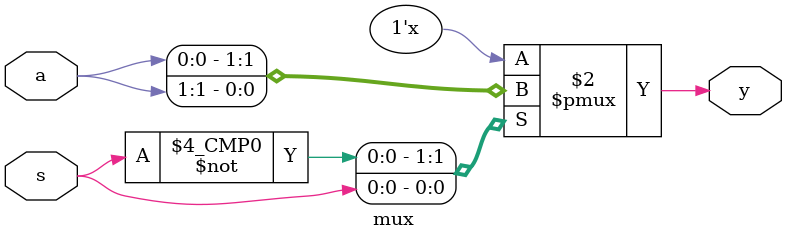
<source format=v>
module mux(a,y,s);
input [1:0] a ; //input 

input s ;//select line

output y;
reg y;

always @( a or s)
begin 
case (s)
1'b0: y= a[0];
1'b1 : y = a[1];
default : y= 1'bz;
endcase

end

endmodule

</source>
